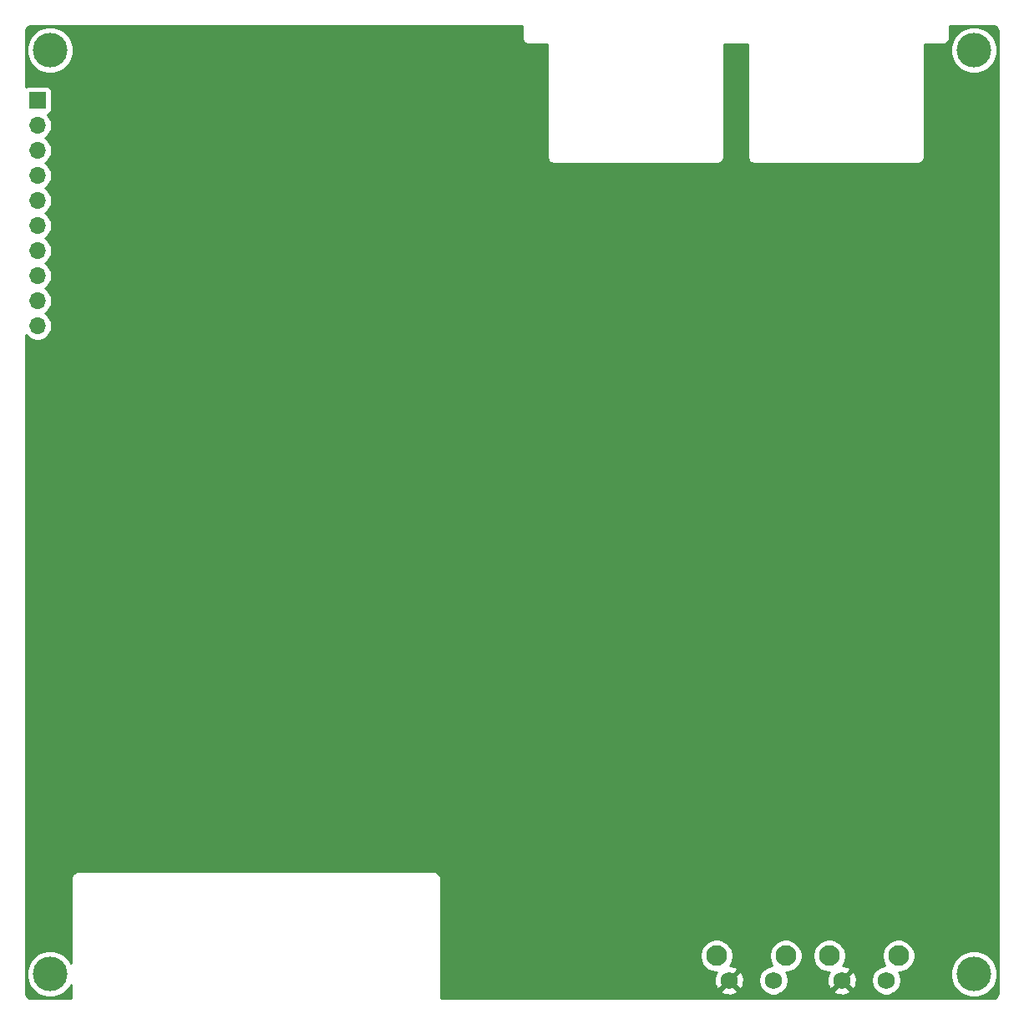
<source format=gtl>
G04 #@! TF.GenerationSoftware,KiCad,Pcbnew,(5.1.8)-1*
G04 #@! TF.CreationDate,2022-01-25T00:29:58+01:00*
G04 #@! TF.ProjectId,BulkyMIDI-32 Faceplate,42756c6b-794d-4494-9449-2d3332204661,rev?*
G04 #@! TF.SameCoordinates,Original*
G04 #@! TF.FileFunction,Copper,L1,Top*
G04 #@! TF.FilePolarity,Positive*
%FSLAX46Y46*%
G04 Gerber Fmt 4.6, Leading zero omitted, Abs format (unit mm)*
G04 Created by KiCad (PCBNEW (5.1.8)-1) date 2022-01-25 00:29:58*
%MOMM*%
%LPD*%
G01*
G04 APERTURE LIST*
G04 #@! TA.AperFunction,ComponentPad*
%ADD10C,2.100000*%
G04 #@! TD*
G04 #@! TA.AperFunction,ComponentPad*
%ADD11C,1.750000*%
G04 #@! TD*
G04 #@! TA.AperFunction,WasherPad*
%ADD12C,3.500000*%
G04 #@! TD*
G04 #@! TA.AperFunction,ComponentPad*
%ADD13R,1.700000X1.700000*%
G04 #@! TD*
G04 #@! TA.AperFunction,ComponentPad*
%ADD14O,1.700000X1.700000*%
G04 #@! TD*
G04 #@! TA.AperFunction,Conductor*
%ADD15C,0.254000*%
G04 #@! TD*
G04 #@! TA.AperFunction,Conductor*
%ADD16C,0.100000*%
G04 #@! TD*
G04 APERTURE END LIST*
D10*
X147935000Y-149580000D03*
D11*
X146685000Y-152070000D03*
X142185000Y-152070000D03*
D10*
X140925000Y-149580000D03*
X159365000Y-149580000D03*
D11*
X158115000Y-152070000D03*
X153615000Y-152070000D03*
D10*
X152355000Y-149580000D03*
D12*
X73355000Y-151435000D03*
X167005000Y-57785000D03*
D13*
X72085000Y-62865000D03*
D14*
X72085000Y-65405000D03*
X72085000Y-67945000D03*
X72085000Y-70485000D03*
X72085000Y-73025000D03*
X72085000Y-75565000D03*
X72085000Y-78105000D03*
X72085000Y-80645000D03*
X72085000Y-83185000D03*
X72085000Y-85725000D03*
D12*
X167005000Y-151435000D03*
X73355000Y-57785000D03*
D15*
X121210000Y-56480122D02*
X121206565Y-56515000D01*
X121220273Y-56654184D01*
X121260872Y-56788020D01*
X121326800Y-56911363D01*
X121415525Y-57019475D01*
X121500633Y-57089321D01*
X121523637Y-57108200D01*
X121646980Y-57174128D01*
X121780816Y-57214727D01*
X121920000Y-57228435D01*
X121954877Y-57225000D01*
X123750000Y-57225000D01*
X123750001Y-68545113D01*
X123746565Y-68580000D01*
X123760273Y-68719184D01*
X123800872Y-68853020D01*
X123866800Y-68976363D01*
X123955525Y-69084475D01*
X124063637Y-69173200D01*
X124186980Y-69239128D01*
X124320816Y-69279727D01*
X124425123Y-69290000D01*
X124460000Y-69293435D01*
X124494877Y-69290000D01*
X140935123Y-69290000D01*
X140970000Y-69293435D01*
X141004877Y-69290000D01*
X141109184Y-69279727D01*
X141243020Y-69239128D01*
X141366363Y-69173200D01*
X141474475Y-69084475D01*
X141563200Y-68976363D01*
X141629128Y-68853020D01*
X141669727Y-68719184D01*
X141683435Y-68580000D01*
X141680000Y-68545123D01*
X141680000Y-57225000D01*
X144070000Y-57225000D01*
X144070001Y-68545113D01*
X144066565Y-68580000D01*
X144080273Y-68719184D01*
X144120872Y-68853020D01*
X144186800Y-68976363D01*
X144275525Y-69084475D01*
X144383637Y-69173200D01*
X144506980Y-69239128D01*
X144640816Y-69279727D01*
X144745123Y-69290000D01*
X144780000Y-69293435D01*
X144814877Y-69290000D01*
X161255123Y-69290000D01*
X161290000Y-69293435D01*
X161324877Y-69290000D01*
X161429184Y-69279727D01*
X161563020Y-69239128D01*
X161686363Y-69173200D01*
X161794475Y-69084475D01*
X161883200Y-68976363D01*
X161949128Y-68853020D01*
X161989727Y-68719184D01*
X162003435Y-68580000D01*
X162000000Y-68545123D01*
X162000000Y-57550098D01*
X164620000Y-57550098D01*
X164620000Y-58019902D01*
X164711654Y-58480679D01*
X164891440Y-58914721D01*
X165152450Y-59305349D01*
X165484651Y-59637550D01*
X165875279Y-59898560D01*
X166309321Y-60078346D01*
X166770098Y-60170000D01*
X167239902Y-60170000D01*
X167700679Y-60078346D01*
X168134721Y-59898560D01*
X168525349Y-59637550D01*
X168857550Y-59305349D01*
X169118560Y-58914721D01*
X169298346Y-58480679D01*
X169390000Y-58019902D01*
X169390000Y-57550098D01*
X169298346Y-57089321D01*
X169118560Y-56655279D01*
X168857550Y-56264651D01*
X168525349Y-55932450D01*
X168134721Y-55671440D01*
X167700679Y-55491654D01*
X167239902Y-55400000D01*
X166770098Y-55400000D01*
X166309321Y-55491654D01*
X165875279Y-55671440D01*
X165484651Y-55932450D01*
X165152450Y-56264651D01*
X164891440Y-56655279D01*
X164711654Y-57089321D01*
X164620000Y-57550098D01*
X162000000Y-57550098D01*
X162000000Y-57225000D01*
X163795123Y-57225000D01*
X163830000Y-57228435D01*
X163864877Y-57225000D01*
X163969184Y-57214727D01*
X164103020Y-57174128D01*
X164226363Y-57108200D01*
X164334475Y-57019475D01*
X164423200Y-56911363D01*
X164489128Y-56788020D01*
X164529727Y-56654184D01*
X164543435Y-56515000D01*
X164540000Y-56480123D01*
X164540000Y-55320000D01*
X168875280Y-55320000D01*
X169018109Y-55334005D01*
X169122101Y-55365402D01*
X169218014Y-55416399D01*
X169302194Y-55485055D01*
X169371440Y-55568758D01*
X169423105Y-55664311D01*
X169455227Y-55768078D01*
X169470000Y-55908641D01*
X169470001Y-153305269D01*
X169455995Y-153448109D01*
X169424599Y-153552099D01*
X169373601Y-153648013D01*
X169304941Y-153732199D01*
X169221243Y-153801439D01*
X169125689Y-153853105D01*
X169021922Y-153885227D01*
X168881359Y-153900000D01*
X112978000Y-153900000D01*
X112978000Y-153116240D01*
X141318365Y-153116240D01*
X141399025Y-153367868D01*
X141667329Y-153496267D01*
X141955526Y-153569855D01*
X142252543Y-153585804D01*
X142546963Y-153543501D01*
X142827474Y-153444572D01*
X142970975Y-153367868D01*
X143051635Y-153116240D01*
X142185000Y-152249605D01*
X141318365Y-153116240D01*
X112978000Y-153116240D01*
X112978000Y-149414042D01*
X139240000Y-149414042D01*
X139240000Y-149745958D01*
X139304754Y-150071496D01*
X139431772Y-150378147D01*
X139616175Y-150654125D01*
X139850875Y-150888825D01*
X140126853Y-151073228D01*
X140433504Y-151200246D01*
X140759042Y-151265000D01*
X140946483Y-151265000D01*
X140887132Y-151284025D01*
X140758733Y-151552329D01*
X140685145Y-151840526D01*
X140669196Y-152137543D01*
X140711499Y-152431963D01*
X140810428Y-152712474D01*
X140887132Y-152855975D01*
X141138760Y-152936635D01*
X142005395Y-152070000D01*
X142364605Y-152070000D01*
X143231240Y-152936635D01*
X143482868Y-152855975D01*
X143611267Y-152587671D01*
X143684855Y-152299474D01*
X143700804Y-152002457D01*
X143689140Y-151921278D01*
X145175000Y-151921278D01*
X145175000Y-152218722D01*
X145233029Y-152510451D01*
X145346856Y-152785253D01*
X145512107Y-153032569D01*
X145722431Y-153242893D01*
X145969747Y-153408144D01*
X146244549Y-153521971D01*
X146536278Y-153580000D01*
X146833722Y-153580000D01*
X147125451Y-153521971D01*
X147400253Y-153408144D01*
X147647569Y-153242893D01*
X147774222Y-153116240D01*
X152748365Y-153116240D01*
X152829025Y-153367868D01*
X153097329Y-153496267D01*
X153385526Y-153569855D01*
X153682543Y-153585804D01*
X153976963Y-153543501D01*
X154257474Y-153444572D01*
X154400975Y-153367868D01*
X154481635Y-153116240D01*
X153615000Y-152249605D01*
X152748365Y-153116240D01*
X147774222Y-153116240D01*
X147857893Y-153032569D01*
X148023144Y-152785253D01*
X148136971Y-152510451D01*
X148195000Y-152218722D01*
X148195000Y-151921278D01*
X148136971Y-151629549D01*
X148023144Y-151354747D01*
X147963177Y-151265000D01*
X148100958Y-151265000D01*
X148426496Y-151200246D01*
X148733147Y-151073228D01*
X149009125Y-150888825D01*
X149243825Y-150654125D01*
X149428228Y-150378147D01*
X149555246Y-150071496D01*
X149620000Y-149745958D01*
X149620000Y-149414042D01*
X150670000Y-149414042D01*
X150670000Y-149745958D01*
X150734754Y-150071496D01*
X150861772Y-150378147D01*
X151046175Y-150654125D01*
X151280875Y-150888825D01*
X151556853Y-151073228D01*
X151863504Y-151200246D01*
X152189042Y-151265000D01*
X152376483Y-151265000D01*
X152317132Y-151284025D01*
X152188733Y-151552329D01*
X152115145Y-151840526D01*
X152099196Y-152137543D01*
X152141499Y-152431963D01*
X152240428Y-152712474D01*
X152317132Y-152855975D01*
X152568760Y-152936635D01*
X153435395Y-152070000D01*
X153794605Y-152070000D01*
X154661240Y-152936635D01*
X154912868Y-152855975D01*
X155041267Y-152587671D01*
X155114855Y-152299474D01*
X155130804Y-152002457D01*
X155119140Y-151921278D01*
X156605000Y-151921278D01*
X156605000Y-152218722D01*
X156663029Y-152510451D01*
X156776856Y-152785253D01*
X156942107Y-153032569D01*
X157152431Y-153242893D01*
X157399747Y-153408144D01*
X157674549Y-153521971D01*
X157966278Y-153580000D01*
X158263722Y-153580000D01*
X158555451Y-153521971D01*
X158830253Y-153408144D01*
X159077569Y-153242893D01*
X159287893Y-153032569D01*
X159453144Y-152785253D01*
X159566971Y-152510451D01*
X159625000Y-152218722D01*
X159625000Y-151921278D01*
X159566971Y-151629549D01*
X159453144Y-151354747D01*
X159393177Y-151265000D01*
X159530958Y-151265000D01*
X159856496Y-151200246D01*
X159856853Y-151200098D01*
X164620000Y-151200098D01*
X164620000Y-151669902D01*
X164711654Y-152130679D01*
X164891440Y-152564721D01*
X165152450Y-152955349D01*
X165484651Y-153287550D01*
X165875279Y-153548560D01*
X166309321Y-153728346D01*
X166770098Y-153820000D01*
X167239902Y-153820000D01*
X167700679Y-153728346D01*
X168134721Y-153548560D01*
X168525349Y-153287550D01*
X168857550Y-152955349D01*
X169118560Y-152564721D01*
X169298346Y-152130679D01*
X169390000Y-151669902D01*
X169390000Y-151200098D01*
X169298346Y-150739321D01*
X169118560Y-150305279D01*
X168857550Y-149914651D01*
X168525349Y-149582450D01*
X168134721Y-149321440D01*
X167700679Y-149141654D01*
X167239902Y-149050000D01*
X166770098Y-149050000D01*
X166309321Y-149141654D01*
X165875279Y-149321440D01*
X165484651Y-149582450D01*
X165152450Y-149914651D01*
X164891440Y-150305279D01*
X164711654Y-150739321D01*
X164620000Y-151200098D01*
X159856853Y-151200098D01*
X160163147Y-151073228D01*
X160439125Y-150888825D01*
X160673825Y-150654125D01*
X160858228Y-150378147D01*
X160985246Y-150071496D01*
X161050000Y-149745958D01*
X161050000Y-149414042D01*
X160985246Y-149088504D01*
X160858228Y-148781853D01*
X160673825Y-148505875D01*
X160439125Y-148271175D01*
X160163147Y-148086772D01*
X159856496Y-147959754D01*
X159530958Y-147895000D01*
X159199042Y-147895000D01*
X158873504Y-147959754D01*
X158566853Y-148086772D01*
X158290875Y-148271175D01*
X158056175Y-148505875D01*
X157871772Y-148781853D01*
X157744754Y-149088504D01*
X157680000Y-149414042D01*
X157680000Y-149745958D01*
X157744754Y-150071496D01*
X157871772Y-150378147D01*
X157993283Y-150560000D01*
X157966278Y-150560000D01*
X157674549Y-150618029D01*
X157399747Y-150731856D01*
X157152431Y-150897107D01*
X156942107Y-151107431D01*
X156776856Y-151354747D01*
X156663029Y-151629549D01*
X156605000Y-151921278D01*
X155119140Y-151921278D01*
X155088501Y-151708037D01*
X154989572Y-151427526D01*
X154912868Y-151284025D01*
X154661240Y-151203365D01*
X153794605Y-152070000D01*
X153435395Y-152070000D01*
X153421253Y-152055858D01*
X153600858Y-151876253D01*
X153615000Y-151890395D01*
X154481635Y-151023760D01*
X154400975Y-150772132D01*
X154132671Y-150643733D01*
X153844474Y-150570145D01*
X153724252Y-150563689D01*
X153848228Y-150378147D01*
X153975246Y-150071496D01*
X154040000Y-149745958D01*
X154040000Y-149414042D01*
X153975246Y-149088504D01*
X153848228Y-148781853D01*
X153663825Y-148505875D01*
X153429125Y-148271175D01*
X153153147Y-148086772D01*
X152846496Y-147959754D01*
X152520958Y-147895000D01*
X152189042Y-147895000D01*
X151863504Y-147959754D01*
X151556853Y-148086772D01*
X151280875Y-148271175D01*
X151046175Y-148505875D01*
X150861772Y-148781853D01*
X150734754Y-149088504D01*
X150670000Y-149414042D01*
X149620000Y-149414042D01*
X149555246Y-149088504D01*
X149428228Y-148781853D01*
X149243825Y-148505875D01*
X149009125Y-148271175D01*
X148733147Y-148086772D01*
X148426496Y-147959754D01*
X148100958Y-147895000D01*
X147769042Y-147895000D01*
X147443504Y-147959754D01*
X147136853Y-148086772D01*
X146860875Y-148271175D01*
X146626175Y-148505875D01*
X146441772Y-148781853D01*
X146314754Y-149088504D01*
X146250000Y-149414042D01*
X146250000Y-149745958D01*
X146314754Y-150071496D01*
X146441772Y-150378147D01*
X146563283Y-150560000D01*
X146536278Y-150560000D01*
X146244549Y-150618029D01*
X145969747Y-150731856D01*
X145722431Y-150897107D01*
X145512107Y-151107431D01*
X145346856Y-151354747D01*
X145233029Y-151629549D01*
X145175000Y-151921278D01*
X143689140Y-151921278D01*
X143658501Y-151708037D01*
X143559572Y-151427526D01*
X143482868Y-151284025D01*
X143231240Y-151203365D01*
X142364605Y-152070000D01*
X142005395Y-152070000D01*
X141991253Y-152055858D01*
X142170858Y-151876253D01*
X142185000Y-151890395D01*
X143051635Y-151023760D01*
X142970975Y-150772132D01*
X142702671Y-150643733D01*
X142414474Y-150570145D01*
X142294252Y-150563689D01*
X142418228Y-150378147D01*
X142545246Y-150071496D01*
X142610000Y-149745958D01*
X142610000Y-149414042D01*
X142545246Y-149088504D01*
X142418228Y-148781853D01*
X142233825Y-148505875D01*
X141999125Y-148271175D01*
X141723147Y-148086772D01*
X141416496Y-147959754D01*
X141090958Y-147895000D01*
X140759042Y-147895000D01*
X140433504Y-147959754D01*
X140126853Y-148086772D01*
X139850875Y-148271175D01*
X139616175Y-148505875D01*
X139431772Y-148781853D01*
X139304754Y-149088504D01*
X139240000Y-149414042D01*
X112978000Y-149414042D01*
X112978000Y-141766877D01*
X112981435Y-141732000D01*
X112967727Y-141592816D01*
X112927128Y-141458980D01*
X112861200Y-141335637D01*
X112772475Y-141227525D01*
X112664363Y-141138800D01*
X112541020Y-141072872D01*
X112407184Y-141032273D01*
X112302877Y-141022000D01*
X112268000Y-141018565D01*
X112233123Y-141022000D01*
X76234877Y-141022000D01*
X76200000Y-141018565D01*
X76165123Y-141022000D01*
X76060816Y-141032273D01*
X75926980Y-141072872D01*
X75803637Y-141138800D01*
X75695525Y-141227525D01*
X75606800Y-141335637D01*
X75540872Y-141458980D01*
X75500273Y-141592816D01*
X75486565Y-141732000D01*
X75490001Y-141766887D01*
X75490000Y-150357041D01*
X75468560Y-150305279D01*
X75207550Y-149914651D01*
X74875349Y-149582450D01*
X74484721Y-149321440D01*
X74050679Y-149141654D01*
X73589902Y-149050000D01*
X73120098Y-149050000D01*
X72659321Y-149141654D01*
X72225279Y-149321440D01*
X71834651Y-149582450D01*
X71502450Y-149914651D01*
X71241440Y-150305279D01*
X71061654Y-150739321D01*
X70970000Y-151200098D01*
X70970000Y-151669902D01*
X71061654Y-152130679D01*
X71241440Y-152564721D01*
X71502450Y-152955349D01*
X71834651Y-153287550D01*
X72225279Y-153548560D01*
X72659321Y-153728346D01*
X73120098Y-153820000D01*
X73589902Y-153820000D01*
X74050679Y-153728346D01*
X74484721Y-153548560D01*
X74875349Y-153287550D01*
X75207550Y-152955349D01*
X75468560Y-152564721D01*
X75490000Y-152512960D01*
X75490000Y-153900000D01*
X71484720Y-153900000D01*
X71341891Y-153885995D01*
X71237901Y-153854599D01*
X71141987Y-153803601D01*
X71057801Y-153734941D01*
X70988561Y-153651243D01*
X70936895Y-153555689D01*
X70904773Y-153451922D01*
X70890000Y-153311359D01*
X70890000Y-86609485D01*
X70931525Y-86671632D01*
X71138368Y-86878475D01*
X71381589Y-87040990D01*
X71651842Y-87152932D01*
X71938740Y-87210000D01*
X72231260Y-87210000D01*
X72518158Y-87152932D01*
X72788411Y-87040990D01*
X73031632Y-86878475D01*
X73238475Y-86671632D01*
X73400990Y-86428411D01*
X73512932Y-86158158D01*
X73570000Y-85871260D01*
X73570000Y-85578740D01*
X73512932Y-85291842D01*
X73400990Y-85021589D01*
X73238475Y-84778368D01*
X73031632Y-84571525D01*
X72857240Y-84455000D01*
X73031632Y-84338475D01*
X73238475Y-84131632D01*
X73400990Y-83888411D01*
X73512932Y-83618158D01*
X73570000Y-83331260D01*
X73570000Y-83038740D01*
X73512932Y-82751842D01*
X73400990Y-82481589D01*
X73238475Y-82238368D01*
X73031632Y-82031525D01*
X72857240Y-81915000D01*
X73031632Y-81798475D01*
X73238475Y-81591632D01*
X73400990Y-81348411D01*
X73512932Y-81078158D01*
X73570000Y-80791260D01*
X73570000Y-80498740D01*
X73512932Y-80211842D01*
X73400990Y-79941589D01*
X73238475Y-79698368D01*
X73031632Y-79491525D01*
X72857240Y-79375000D01*
X73031632Y-79258475D01*
X73238475Y-79051632D01*
X73400990Y-78808411D01*
X73512932Y-78538158D01*
X73570000Y-78251260D01*
X73570000Y-77958740D01*
X73512932Y-77671842D01*
X73400990Y-77401589D01*
X73238475Y-77158368D01*
X73031632Y-76951525D01*
X72857240Y-76835000D01*
X73031632Y-76718475D01*
X73238475Y-76511632D01*
X73400990Y-76268411D01*
X73512932Y-75998158D01*
X73570000Y-75711260D01*
X73570000Y-75418740D01*
X73512932Y-75131842D01*
X73400990Y-74861589D01*
X73238475Y-74618368D01*
X73031632Y-74411525D01*
X72857240Y-74295000D01*
X73031632Y-74178475D01*
X73238475Y-73971632D01*
X73400990Y-73728411D01*
X73512932Y-73458158D01*
X73570000Y-73171260D01*
X73570000Y-72878740D01*
X73512932Y-72591842D01*
X73400990Y-72321589D01*
X73238475Y-72078368D01*
X73031632Y-71871525D01*
X72857240Y-71755000D01*
X73031632Y-71638475D01*
X73238475Y-71431632D01*
X73400990Y-71188411D01*
X73512932Y-70918158D01*
X73570000Y-70631260D01*
X73570000Y-70338740D01*
X73512932Y-70051842D01*
X73400990Y-69781589D01*
X73238475Y-69538368D01*
X73031632Y-69331525D01*
X72857240Y-69215000D01*
X73031632Y-69098475D01*
X73238475Y-68891632D01*
X73400990Y-68648411D01*
X73512932Y-68378158D01*
X73570000Y-68091260D01*
X73570000Y-67798740D01*
X73512932Y-67511842D01*
X73400990Y-67241589D01*
X73238475Y-66998368D01*
X73031632Y-66791525D01*
X72857240Y-66675000D01*
X73031632Y-66558475D01*
X73238475Y-66351632D01*
X73400990Y-66108411D01*
X73512932Y-65838158D01*
X73570000Y-65551260D01*
X73570000Y-65258740D01*
X73512932Y-64971842D01*
X73400990Y-64701589D01*
X73238475Y-64458368D01*
X73106620Y-64326513D01*
X73179180Y-64304502D01*
X73289494Y-64245537D01*
X73386185Y-64166185D01*
X73465537Y-64069494D01*
X73524502Y-63959180D01*
X73560812Y-63839482D01*
X73573072Y-63715000D01*
X73573072Y-62015000D01*
X73560812Y-61890518D01*
X73524502Y-61770820D01*
X73465537Y-61660506D01*
X73386185Y-61563815D01*
X73289494Y-61484463D01*
X73179180Y-61425498D01*
X73059482Y-61389188D01*
X72935000Y-61376928D01*
X71235000Y-61376928D01*
X71110518Y-61389188D01*
X70990820Y-61425498D01*
X70890000Y-61479388D01*
X70890000Y-57550098D01*
X70970000Y-57550098D01*
X70970000Y-58019902D01*
X71061654Y-58480679D01*
X71241440Y-58914721D01*
X71502450Y-59305349D01*
X71834651Y-59637550D01*
X72225279Y-59898560D01*
X72659321Y-60078346D01*
X73120098Y-60170000D01*
X73589902Y-60170000D01*
X74050679Y-60078346D01*
X74484721Y-59898560D01*
X74875349Y-59637550D01*
X75207550Y-59305349D01*
X75468560Y-58914721D01*
X75648346Y-58480679D01*
X75740000Y-58019902D01*
X75740000Y-57550098D01*
X75648346Y-57089321D01*
X75468560Y-56655279D01*
X75207550Y-56264651D01*
X74875349Y-55932450D01*
X74484721Y-55671440D01*
X74050679Y-55491654D01*
X73589902Y-55400000D01*
X73120098Y-55400000D01*
X72659321Y-55491654D01*
X72225279Y-55671440D01*
X71834651Y-55932450D01*
X71502450Y-56264651D01*
X71241440Y-56655279D01*
X71061654Y-57089321D01*
X70970000Y-57550098D01*
X70890000Y-57550098D01*
X70890000Y-55914720D01*
X70904005Y-55771891D01*
X70935402Y-55667899D01*
X70986399Y-55571986D01*
X71055055Y-55487806D01*
X71138758Y-55418560D01*
X71234311Y-55366895D01*
X71338078Y-55334773D01*
X71478641Y-55320000D01*
X121210001Y-55320000D01*
X121210000Y-56480122D01*
G04 #@! TA.AperFunction,Conductor*
D16*
G36*
X121210000Y-56480122D02*
G01*
X121206565Y-56515000D01*
X121220273Y-56654184D01*
X121260872Y-56788020D01*
X121326800Y-56911363D01*
X121415525Y-57019475D01*
X121500633Y-57089321D01*
X121523637Y-57108200D01*
X121646980Y-57174128D01*
X121780816Y-57214727D01*
X121920000Y-57228435D01*
X121954877Y-57225000D01*
X123750000Y-57225000D01*
X123750001Y-68545113D01*
X123746565Y-68580000D01*
X123760273Y-68719184D01*
X123800872Y-68853020D01*
X123866800Y-68976363D01*
X123955525Y-69084475D01*
X124063637Y-69173200D01*
X124186980Y-69239128D01*
X124320816Y-69279727D01*
X124425123Y-69290000D01*
X124460000Y-69293435D01*
X124494877Y-69290000D01*
X140935123Y-69290000D01*
X140970000Y-69293435D01*
X141004877Y-69290000D01*
X141109184Y-69279727D01*
X141243020Y-69239128D01*
X141366363Y-69173200D01*
X141474475Y-69084475D01*
X141563200Y-68976363D01*
X141629128Y-68853020D01*
X141669727Y-68719184D01*
X141683435Y-68580000D01*
X141680000Y-68545123D01*
X141680000Y-57225000D01*
X144070000Y-57225000D01*
X144070001Y-68545113D01*
X144066565Y-68580000D01*
X144080273Y-68719184D01*
X144120872Y-68853020D01*
X144186800Y-68976363D01*
X144275525Y-69084475D01*
X144383637Y-69173200D01*
X144506980Y-69239128D01*
X144640816Y-69279727D01*
X144745123Y-69290000D01*
X144780000Y-69293435D01*
X144814877Y-69290000D01*
X161255123Y-69290000D01*
X161290000Y-69293435D01*
X161324877Y-69290000D01*
X161429184Y-69279727D01*
X161563020Y-69239128D01*
X161686363Y-69173200D01*
X161794475Y-69084475D01*
X161883200Y-68976363D01*
X161949128Y-68853020D01*
X161989727Y-68719184D01*
X162003435Y-68580000D01*
X162000000Y-68545123D01*
X162000000Y-57550098D01*
X164620000Y-57550098D01*
X164620000Y-58019902D01*
X164711654Y-58480679D01*
X164891440Y-58914721D01*
X165152450Y-59305349D01*
X165484651Y-59637550D01*
X165875279Y-59898560D01*
X166309321Y-60078346D01*
X166770098Y-60170000D01*
X167239902Y-60170000D01*
X167700679Y-60078346D01*
X168134721Y-59898560D01*
X168525349Y-59637550D01*
X168857550Y-59305349D01*
X169118560Y-58914721D01*
X169298346Y-58480679D01*
X169390000Y-58019902D01*
X169390000Y-57550098D01*
X169298346Y-57089321D01*
X169118560Y-56655279D01*
X168857550Y-56264651D01*
X168525349Y-55932450D01*
X168134721Y-55671440D01*
X167700679Y-55491654D01*
X167239902Y-55400000D01*
X166770098Y-55400000D01*
X166309321Y-55491654D01*
X165875279Y-55671440D01*
X165484651Y-55932450D01*
X165152450Y-56264651D01*
X164891440Y-56655279D01*
X164711654Y-57089321D01*
X164620000Y-57550098D01*
X162000000Y-57550098D01*
X162000000Y-57225000D01*
X163795123Y-57225000D01*
X163830000Y-57228435D01*
X163864877Y-57225000D01*
X163969184Y-57214727D01*
X164103020Y-57174128D01*
X164226363Y-57108200D01*
X164334475Y-57019475D01*
X164423200Y-56911363D01*
X164489128Y-56788020D01*
X164529727Y-56654184D01*
X164543435Y-56515000D01*
X164540000Y-56480123D01*
X164540000Y-55320000D01*
X168875280Y-55320000D01*
X169018109Y-55334005D01*
X169122101Y-55365402D01*
X169218014Y-55416399D01*
X169302194Y-55485055D01*
X169371440Y-55568758D01*
X169423105Y-55664311D01*
X169455227Y-55768078D01*
X169470000Y-55908641D01*
X169470001Y-153305269D01*
X169455995Y-153448109D01*
X169424599Y-153552099D01*
X169373601Y-153648013D01*
X169304941Y-153732199D01*
X169221243Y-153801439D01*
X169125689Y-153853105D01*
X169021922Y-153885227D01*
X168881359Y-153900000D01*
X112978000Y-153900000D01*
X112978000Y-153116240D01*
X141318365Y-153116240D01*
X141399025Y-153367868D01*
X141667329Y-153496267D01*
X141955526Y-153569855D01*
X142252543Y-153585804D01*
X142546963Y-153543501D01*
X142827474Y-153444572D01*
X142970975Y-153367868D01*
X143051635Y-153116240D01*
X142185000Y-152249605D01*
X141318365Y-153116240D01*
X112978000Y-153116240D01*
X112978000Y-149414042D01*
X139240000Y-149414042D01*
X139240000Y-149745958D01*
X139304754Y-150071496D01*
X139431772Y-150378147D01*
X139616175Y-150654125D01*
X139850875Y-150888825D01*
X140126853Y-151073228D01*
X140433504Y-151200246D01*
X140759042Y-151265000D01*
X140946483Y-151265000D01*
X140887132Y-151284025D01*
X140758733Y-151552329D01*
X140685145Y-151840526D01*
X140669196Y-152137543D01*
X140711499Y-152431963D01*
X140810428Y-152712474D01*
X140887132Y-152855975D01*
X141138760Y-152936635D01*
X142005395Y-152070000D01*
X142364605Y-152070000D01*
X143231240Y-152936635D01*
X143482868Y-152855975D01*
X143611267Y-152587671D01*
X143684855Y-152299474D01*
X143700804Y-152002457D01*
X143689140Y-151921278D01*
X145175000Y-151921278D01*
X145175000Y-152218722D01*
X145233029Y-152510451D01*
X145346856Y-152785253D01*
X145512107Y-153032569D01*
X145722431Y-153242893D01*
X145969747Y-153408144D01*
X146244549Y-153521971D01*
X146536278Y-153580000D01*
X146833722Y-153580000D01*
X147125451Y-153521971D01*
X147400253Y-153408144D01*
X147647569Y-153242893D01*
X147774222Y-153116240D01*
X152748365Y-153116240D01*
X152829025Y-153367868D01*
X153097329Y-153496267D01*
X153385526Y-153569855D01*
X153682543Y-153585804D01*
X153976963Y-153543501D01*
X154257474Y-153444572D01*
X154400975Y-153367868D01*
X154481635Y-153116240D01*
X153615000Y-152249605D01*
X152748365Y-153116240D01*
X147774222Y-153116240D01*
X147857893Y-153032569D01*
X148023144Y-152785253D01*
X148136971Y-152510451D01*
X148195000Y-152218722D01*
X148195000Y-151921278D01*
X148136971Y-151629549D01*
X148023144Y-151354747D01*
X147963177Y-151265000D01*
X148100958Y-151265000D01*
X148426496Y-151200246D01*
X148733147Y-151073228D01*
X149009125Y-150888825D01*
X149243825Y-150654125D01*
X149428228Y-150378147D01*
X149555246Y-150071496D01*
X149620000Y-149745958D01*
X149620000Y-149414042D01*
X150670000Y-149414042D01*
X150670000Y-149745958D01*
X150734754Y-150071496D01*
X150861772Y-150378147D01*
X151046175Y-150654125D01*
X151280875Y-150888825D01*
X151556853Y-151073228D01*
X151863504Y-151200246D01*
X152189042Y-151265000D01*
X152376483Y-151265000D01*
X152317132Y-151284025D01*
X152188733Y-151552329D01*
X152115145Y-151840526D01*
X152099196Y-152137543D01*
X152141499Y-152431963D01*
X152240428Y-152712474D01*
X152317132Y-152855975D01*
X152568760Y-152936635D01*
X153435395Y-152070000D01*
X153794605Y-152070000D01*
X154661240Y-152936635D01*
X154912868Y-152855975D01*
X155041267Y-152587671D01*
X155114855Y-152299474D01*
X155130804Y-152002457D01*
X155119140Y-151921278D01*
X156605000Y-151921278D01*
X156605000Y-152218722D01*
X156663029Y-152510451D01*
X156776856Y-152785253D01*
X156942107Y-153032569D01*
X157152431Y-153242893D01*
X157399747Y-153408144D01*
X157674549Y-153521971D01*
X157966278Y-153580000D01*
X158263722Y-153580000D01*
X158555451Y-153521971D01*
X158830253Y-153408144D01*
X159077569Y-153242893D01*
X159287893Y-153032569D01*
X159453144Y-152785253D01*
X159566971Y-152510451D01*
X159625000Y-152218722D01*
X159625000Y-151921278D01*
X159566971Y-151629549D01*
X159453144Y-151354747D01*
X159393177Y-151265000D01*
X159530958Y-151265000D01*
X159856496Y-151200246D01*
X159856853Y-151200098D01*
X164620000Y-151200098D01*
X164620000Y-151669902D01*
X164711654Y-152130679D01*
X164891440Y-152564721D01*
X165152450Y-152955349D01*
X165484651Y-153287550D01*
X165875279Y-153548560D01*
X166309321Y-153728346D01*
X166770098Y-153820000D01*
X167239902Y-153820000D01*
X167700679Y-153728346D01*
X168134721Y-153548560D01*
X168525349Y-153287550D01*
X168857550Y-152955349D01*
X169118560Y-152564721D01*
X169298346Y-152130679D01*
X169390000Y-151669902D01*
X169390000Y-151200098D01*
X169298346Y-150739321D01*
X169118560Y-150305279D01*
X168857550Y-149914651D01*
X168525349Y-149582450D01*
X168134721Y-149321440D01*
X167700679Y-149141654D01*
X167239902Y-149050000D01*
X166770098Y-149050000D01*
X166309321Y-149141654D01*
X165875279Y-149321440D01*
X165484651Y-149582450D01*
X165152450Y-149914651D01*
X164891440Y-150305279D01*
X164711654Y-150739321D01*
X164620000Y-151200098D01*
X159856853Y-151200098D01*
X160163147Y-151073228D01*
X160439125Y-150888825D01*
X160673825Y-150654125D01*
X160858228Y-150378147D01*
X160985246Y-150071496D01*
X161050000Y-149745958D01*
X161050000Y-149414042D01*
X160985246Y-149088504D01*
X160858228Y-148781853D01*
X160673825Y-148505875D01*
X160439125Y-148271175D01*
X160163147Y-148086772D01*
X159856496Y-147959754D01*
X159530958Y-147895000D01*
X159199042Y-147895000D01*
X158873504Y-147959754D01*
X158566853Y-148086772D01*
X158290875Y-148271175D01*
X158056175Y-148505875D01*
X157871772Y-148781853D01*
X157744754Y-149088504D01*
X157680000Y-149414042D01*
X157680000Y-149745958D01*
X157744754Y-150071496D01*
X157871772Y-150378147D01*
X157993283Y-150560000D01*
X157966278Y-150560000D01*
X157674549Y-150618029D01*
X157399747Y-150731856D01*
X157152431Y-150897107D01*
X156942107Y-151107431D01*
X156776856Y-151354747D01*
X156663029Y-151629549D01*
X156605000Y-151921278D01*
X155119140Y-151921278D01*
X155088501Y-151708037D01*
X154989572Y-151427526D01*
X154912868Y-151284025D01*
X154661240Y-151203365D01*
X153794605Y-152070000D01*
X153435395Y-152070000D01*
X153421253Y-152055858D01*
X153600858Y-151876253D01*
X153615000Y-151890395D01*
X154481635Y-151023760D01*
X154400975Y-150772132D01*
X154132671Y-150643733D01*
X153844474Y-150570145D01*
X153724252Y-150563689D01*
X153848228Y-150378147D01*
X153975246Y-150071496D01*
X154040000Y-149745958D01*
X154040000Y-149414042D01*
X153975246Y-149088504D01*
X153848228Y-148781853D01*
X153663825Y-148505875D01*
X153429125Y-148271175D01*
X153153147Y-148086772D01*
X152846496Y-147959754D01*
X152520958Y-147895000D01*
X152189042Y-147895000D01*
X151863504Y-147959754D01*
X151556853Y-148086772D01*
X151280875Y-148271175D01*
X151046175Y-148505875D01*
X150861772Y-148781853D01*
X150734754Y-149088504D01*
X150670000Y-149414042D01*
X149620000Y-149414042D01*
X149555246Y-149088504D01*
X149428228Y-148781853D01*
X149243825Y-148505875D01*
X149009125Y-148271175D01*
X148733147Y-148086772D01*
X148426496Y-147959754D01*
X148100958Y-147895000D01*
X147769042Y-147895000D01*
X147443504Y-147959754D01*
X147136853Y-148086772D01*
X146860875Y-148271175D01*
X146626175Y-148505875D01*
X146441772Y-148781853D01*
X146314754Y-149088504D01*
X146250000Y-149414042D01*
X146250000Y-149745958D01*
X146314754Y-150071496D01*
X146441772Y-150378147D01*
X146563283Y-150560000D01*
X146536278Y-150560000D01*
X146244549Y-150618029D01*
X145969747Y-150731856D01*
X145722431Y-150897107D01*
X145512107Y-151107431D01*
X145346856Y-151354747D01*
X145233029Y-151629549D01*
X145175000Y-151921278D01*
X143689140Y-151921278D01*
X143658501Y-151708037D01*
X143559572Y-151427526D01*
X143482868Y-151284025D01*
X143231240Y-151203365D01*
X142364605Y-152070000D01*
X142005395Y-152070000D01*
X141991253Y-152055858D01*
X142170858Y-151876253D01*
X142185000Y-151890395D01*
X143051635Y-151023760D01*
X142970975Y-150772132D01*
X142702671Y-150643733D01*
X142414474Y-150570145D01*
X142294252Y-150563689D01*
X142418228Y-150378147D01*
X142545246Y-150071496D01*
X142610000Y-149745958D01*
X142610000Y-149414042D01*
X142545246Y-149088504D01*
X142418228Y-148781853D01*
X142233825Y-148505875D01*
X141999125Y-148271175D01*
X141723147Y-148086772D01*
X141416496Y-147959754D01*
X141090958Y-147895000D01*
X140759042Y-147895000D01*
X140433504Y-147959754D01*
X140126853Y-148086772D01*
X139850875Y-148271175D01*
X139616175Y-148505875D01*
X139431772Y-148781853D01*
X139304754Y-149088504D01*
X139240000Y-149414042D01*
X112978000Y-149414042D01*
X112978000Y-141766877D01*
X112981435Y-141732000D01*
X112967727Y-141592816D01*
X112927128Y-141458980D01*
X112861200Y-141335637D01*
X112772475Y-141227525D01*
X112664363Y-141138800D01*
X112541020Y-141072872D01*
X112407184Y-141032273D01*
X112302877Y-141022000D01*
X112268000Y-141018565D01*
X112233123Y-141022000D01*
X76234877Y-141022000D01*
X76200000Y-141018565D01*
X76165123Y-141022000D01*
X76060816Y-141032273D01*
X75926980Y-141072872D01*
X75803637Y-141138800D01*
X75695525Y-141227525D01*
X75606800Y-141335637D01*
X75540872Y-141458980D01*
X75500273Y-141592816D01*
X75486565Y-141732000D01*
X75490001Y-141766887D01*
X75490000Y-150357041D01*
X75468560Y-150305279D01*
X75207550Y-149914651D01*
X74875349Y-149582450D01*
X74484721Y-149321440D01*
X74050679Y-149141654D01*
X73589902Y-149050000D01*
X73120098Y-149050000D01*
X72659321Y-149141654D01*
X72225279Y-149321440D01*
X71834651Y-149582450D01*
X71502450Y-149914651D01*
X71241440Y-150305279D01*
X71061654Y-150739321D01*
X70970000Y-151200098D01*
X70970000Y-151669902D01*
X71061654Y-152130679D01*
X71241440Y-152564721D01*
X71502450Y-152955349D01*
X71834651Y-153287550D01*
X72225279Y-153548560D01*
X72659321Y-153728346D01*
X73120098Y-153820000D01*
X73589902Y-153820000D01*
X74050679Y-153728346D01*
X74484721Y-153548560D01*
X74875349Y-153287550D01*
X75207550Y-152955349D01*
X75468560Y-152564721D01*
X75490000Y-152512960D01*
X75490000Y-153900000D01*
X71484720Y-153900000D01*
X71341891Y-153885995D01*
X71237901Y-153854599D01*
X71141987Y-153803601D01*
X71057801Y-153734941D01*
X70988561Y-153651243D01*
X70936895Y-153555689D01*
X70904773Y-153451922D01*
X70890000Y-153311359D01*
X70890000Y-86609485D01*
X70931525Y-86671632D01*
X71138368Y-86878475D01*
X71381589Y-87040990D01*
X71651842Y-87152932D01*
X71938740Y-87210000D01*
X72231260Y-87210000D01*
X72518158Y-87152932D01*
X72788411Y-87040990D01*
X73031632Y-86878475D01*
X73238475Y-86671632D01*
X73400990Y-86428411D01*
X73512932Y-86158158D01*
X73570000Y-85871260D01*
X73570000Y-85578740D01*
X73512932Y-85291842D01*
X73400990Y-85021589D01*
X73238475Y-84778368D01*
X73031632Y-84571525D01*
X72857240Y-84455000D01*
X73031632Y-84338475D01*
X73238475Y-84131632D01*
X73400990Y-83888411D01*
X73512932Y-83618158D01*
X73570000Y-83331260D01*
X73570000Y-83038740D01*
X73512932Y-82751842D01*
X73400990Y-82481589D01*
X73238475Y-82238368D01*
X73031632Y-82031525D01*
X72857240Y-81915000D01*
X73031632Y-81798475D01*
X73238475Y-81591632D01*
X73400990Y-81348411D01*
X73512932Y-81078158D01*
X73570000Y-80791260D01*
X73570000Y-80498740D01*
X73512932Y-80211842D01*
X73400990Y-79941589D01*
X73238475Y-79698368D01*
X73031632Y-79491525D01*
X72857240Y-79375000D01*
X73031632Y-79258475D01*
X73238475Y-79051632D01*
X73400990Y-78808411D01*
X73512932Y-78538158D01*
X73570000Y-78251260D01*
X73570000Y-77958740D01*
X73512932Y-77671842D01*
X73400990Y-77401589D01*
X73238475Y-77158368D01*
X73031632Y-76951525D01*
X72857240Y-76835000D01*
X73031632Y-76718475D01*
X73238475Y-76511632D01*
X73400990Y-76268411D01*
X73512932Y-75998158D01*
X73570000Y-75711260D01*
X73570000Y-75418740D01*
X73512932Y-75131842D01*
X73400990Y-74861589D01*
X73238475Y-74618368D01*
X73031632Y-74411525D01*
X72857240Y-74295000D01*
X73031632Y-74178475D01*
X73238475Y-73971632D01*
X73400990Y-73728411D01*
X73512932Y-73458158D01*
X73570000Y-73171260D01*
X73570000Y-72878740D01*
X73512932Y-72591842D01*
X73400990Y-72321589D01*
X73238475Y-72078368D01*
X73031632Y-71871525D01*
X72857240Y-71755000D01*
X73031632Y-71638475D01*
X73238475Y-71431632D01*
X73400990Y-71188411D01*
X73512932Y-70918158D01*
X73570000Y-70631260D01*
X73570000Y-70338740D01*
X73512932Y-70051842D01*
X73400990Y-69781589D01*
X73238475Y-69538368D01*
X73031632Y-69331525D01*
X72857240Y-69215000D01*
X73031632Y-69098475D01*
X73238475Y-68891632D01*
X73400990Y-68648411D01*
X73512932Y-68378158D01*
X73570000Y-68091260D01*
X73570000Y-67798740D01*
X73512932Y-67511842D01*
X73400990Y-67241589D01*
X73238475Y-66998368D01*
X73031632Y-66791525D01*
X72857240Y-66675000D01*
X73031632Y-66558475D01*
X73238475Y-66351632D01*
X73400990Y-66108411D01*
X73512932Y-65838158D01*
X73570000Y-65551260D01*
X73570000Y-65258740D01*
X73512932Y-64971842D01*
X73400990Y-64701589D01*
X73238475Y-64458368D01*
X73106620Y-64326513D01*
X73179180Y-64304502D01*
X73289494Y-64245537D01*
X73386185Y-64166185D01*
X73465537Y-64069494D01*
X73524502Y-63959180D01*
X73560812Y-63839482D01*
X73573072Y-63715000D01*
X73573072Y-62015000D01*
X73560812Y-61890518D01*
X73524502Y-61770820D01*
X73465537Y-61660506D01*
X73386185Y-61563815D01*
X73289494Y-61484463D01*
X73179180Y-61425498D01*
X73059482Y-61389188D01*
X72935000Y-61376928D01*
X71235000Y-61376928D01*
X71110518Y-61389188D01*
X70990820Y-61425498D01*
X70890000Y-61479388D01*
X70890000Y-57550098D01*
X70970000Y-57550098D01*
X70970000Y-58019902D01*
X71061654Y-58480679D01*
X71241440Y-58914721D01*
X71502450Y-59305349D01*
X71834651Y-59637550D01*
X72225279Y-59898560D01*
X72659321Y-60078346D01*
X73120098Y-60170000D01*
X73589902Y-60170000D01*
X74050679Y-60078346D01*
X74484721Y-59898560D01*
X74875349Y-59637550D01*
X75207550Y-59305349D01*
X75468560Y-58914721D01*
X75648346Y-58480679D01*
X75740000Y-58019902D01*
X75740000Y-57550098D01*
X75648346Y-57089321D01*
X75468560Y-56655279D01*
X75207550Y-56264651D01*
X74875349Y-55932450D01*
X74484721Y-55671440D01*
X74050679Y-55491654D01*
X73589902Y-55400000D01*
X73120098Y-55400000D01*
X72659321Y-55491654D01*
X72225279Y-55671440D01*
X71834651Y-55932450D01*
X71502450Y-56264651D01*
X71241440Y-56655279D01*
X71061654Y-57089321D01*
X70970000Y-57550098D01*
X70890000Y-57550098D01*
X70890000Y-55914720D01*
X70904005Y-55771891D01*
X70935402Y-55667899D01*
X70986399Y-55571986D01*
X71055055Y-55487806D01*
X71138758Y-55418560D01*
X71234311Y-55366895D01*
X71338078Y-55334773D01*
X71478641Y-55320000D01*
X121210001Y-55320000D01*
X121210000Y-56480122D01*
G37*
G04 #@! TD.AperFunction*
M02*

</source>
